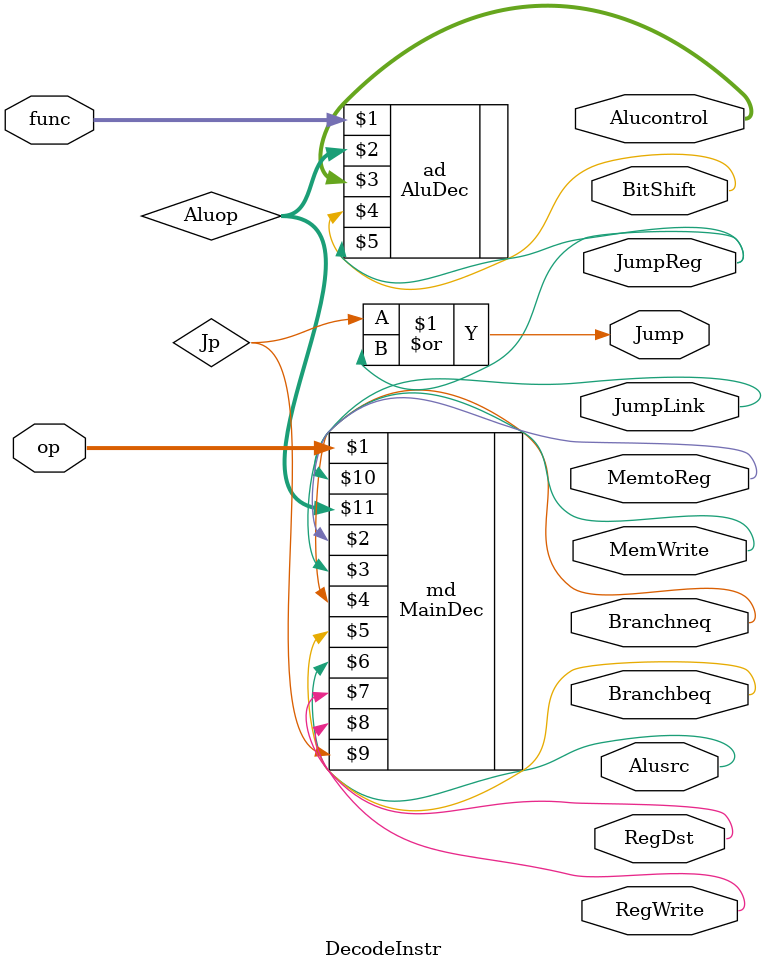
<source format=sv>
`timescale 1ns / 1ps
module DecodeInstr(
        input logic [5:0] op, func,
        output logic MemtoReg, MemWrite,
        output logic BitShift, Alusrc,
        output logic RegDst, RegWrite,
        output logic Jump, JumpReg, JumpLink,
        output logic [2:0] Alucontrol,
        output logic Branchbeq, Branchneq
    );
    logic [2:0] Aluop;
    logic Jp;
    MainDec md(op, MemtoReg, MemWrite, Branchneq, Branchbeq,
               Alusrc, RegDst, RegWrite, Jp, JumpLink, Aluop);
    AluDec ad(func, Aluop,
              Alucontrol, BitShift, JumpReg);
    assign Jump = Jp | JumpReg;
endmodule
</source>
